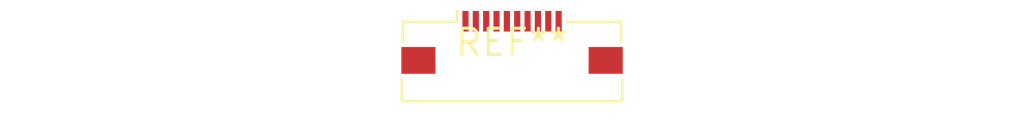
<source format=kicad_pcb>
(kicad_pcb (version 20240108) (generator pcbnew)
  (layers (0 "F.Cu" signal) (31 "B.Cu" signal) (34 "B.Paste" user) (35 "F.Paste" user) (36 "B.SilkS" user "B.Silkscreen") (37 "F.SilkS" user "F.Silkscreen") (38 "B.Mask" user) (39 "F.Mask" user) (44 "Edge.Cuts" user))
  (net 0 "")
  (footprint "Molex_54548-1071_1x10-1MP_P0.5mm_Horizontal" (layer "F.Cu") (at 0 0)
    (property "Reference" "REF**")
    (property "Value" "Molex_54548-1071_1x10-1MP_P0.5mm_Horizontal")
    (fp_line (start -5.33 1.785) (end -5.33 2.855) (layer "F.SilkS") (stroke (width 0.12)))
    (fp_line (start -5.33 2.855) (end 5.33 2.855) (layer "F.SilkS") (stroke (width 0.12)))
    (fp_line (start -5.28 -1.005) (end -5.28 -0.035) (layer "F.SilkS") (stroke (width 0.12)))
    (fp_line (start -2.66 -1.525) (end -2.66 -1.005) (layer "F.SilkS") (stroke (width 0.12)))
    (fp_line (start -2.66 -1.005) (end -5.28 -1.005) (layer "F.SilkS") (stroke (width 0.12)))
    (fp_line (start 5.28 -1.005) (end 2.66 -1.005) (layer "F.SilkS") (stroke (width 0.12)))
    (fp_line (start 5.28 -0.035) (end 5.28 -1.005) (layer "F.SilkS") (stroke (width 0.12)))
    (fp_line (start 5.33 2.855) (end 5.33 1.785) (layer "F.SilkS") (stroke (width 0.12)))
    (pad "1" smd rect (at -2.25 -1.025) (size 0.3 1) (layers "F.Cu" "F.Paste" "F.Mask"))
    (pad "2" smd rect (at -1.75 -1.025) (size 0.3 1) (layers "F.Cu" "F.Paste" "F.Mask"))
    (pad "3" smd rect (at -1.25 -1.025) (size 0.3 1) (layers "F.Cu" "F.Paste" "F.Mask"))
    (pad "4" smd rect (at -0.75 -1.025) (size 0.3 1) (layers "F.Cu" "F.Paste" "F.Mask"))
    (pad "5" smd rect (at -0.25 -1.025) (size 0.3 1) (layers "F.Cu" "F.Paste" "F.Mask"))
    (pad "6" smd rect (at 0.25 -1.025) (size 0.3 1) (layers "F.Cu" "F.Paste" "F.Mask"))
    (pad "7" smd rect (at 0.75 -1.025) (size 0.3 1) (layers "F.Cu" "F.Paste" "F.Mask"))
    (pad "8" smd rect (at 1.25 -1.025) (size 0.3 1) (layers "F.Cu" "F.Paste" "F.Mask"))
    (pad "9" smd rect (at 1.75 -1.025) (size 0.3 1) (layers "F.Cu" "F.Paste" "F.Mask"))
    (pad "10" smd rect (at 2.25 -1.025) (size 0.3 1) (layers "F.Cu" "F.Paste" "F.Mask"))
    (pad "MP" smd rect (at -4.525 0.875) (size 1.65 1.3) (layers "F.Cu" "F.Paste" "F.Mask"))
    (pad "MP" smd rect (at 4.525 0.875) (size 1.65 1.3) (layers "F.Cu" "F.Paste" "F.Mask"))
  )
)
</source>
